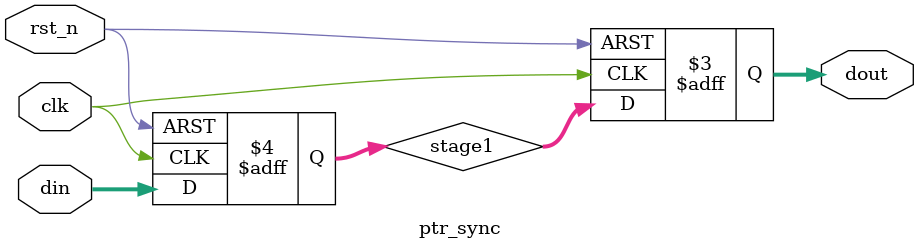
<source format=sv>
module ptr_sync #(
    parameter WIDTH = 9
)(
    input  logic             clk,
    input  logic             rst_n,
    input  logic [WIDTH-1:0] din,
    output logic [WIDTH-1:0] dout
);

    logic [WIDTH-1:0] stage1;

    always_ff @(posedge clk or negedge rst_n) begin
        if (!rst_n) begin
            stage1 <= '0;
            dout   <= '0;
        end else begin
            stage1 <= din;
            dout   <= stage1;
        end
    end

endmodule

</source>
